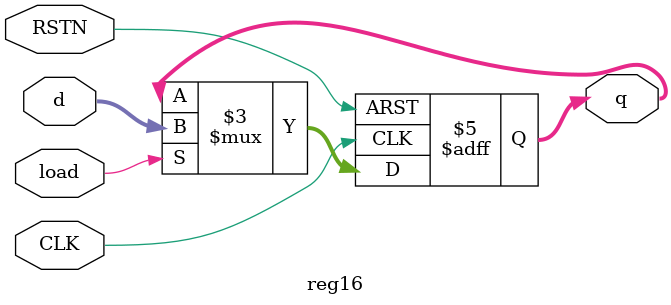
<source format=v>
module reg16 (
  output reg [15:0] q,
  input [15:0] d,
  input load,
  input CLK,
  input RSTN
  );
  always @(posedge CLK or negedge RSTN)
  begin
    if (!RSTN) begin
      q <= 0;
    end
    else if (load) begin
      q <= d;
    end		
  end
endmodule

</source>
